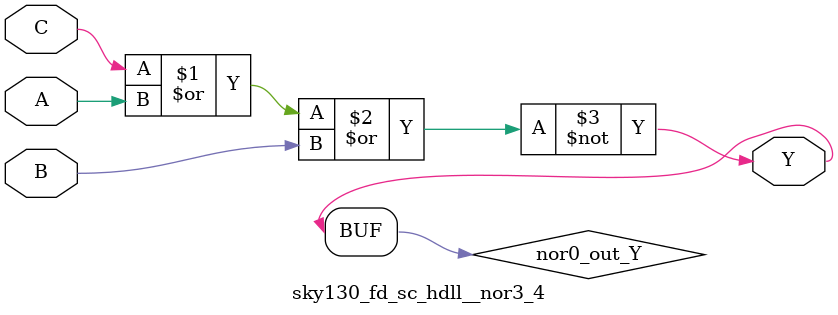
<source format=v>
/*
 * Copyright 2020 The SkyWater PDK Authors
 *
 * Licensed under the Apache License, Version 2.0 (the "License");
 * you may not use this file except in compliance with the License.
 * You may obtain a copy of the License at
 *
 *     https://www.apache.org/licenses/LICENSE-2.0
 *
 * Unless required by applicable law or agreed to in writing, software
 * distributed under the License is distributed on an "AS IS" BASIS,
 * WITHOUT WARRANTIES OR CONDITIONS OF ANY KIND, either express or implied.
 * See the License for the specific language governing permissions and
 * limitations under the License.
 *
 * SPDX-License-Identifier: Apache-2.0
*/


`ifndef SKY130_FD_SC_HDLL__NOR3_4_FUNCTIONAL_V
`define SKY130_FD_SC_HDLL__NOR3_4_FUNCTIONAL_V

/**
 * nor3: 3-input NOR.
 *
 *       Y = !(A | B | C | !D)
 *
 * Verilog simulation functional model.
 */

`timescale 1ns / 1ps
`default_nettype none

`celldefine
module sky130_fd_sc_hdll__nor3_4 (
    Y,
    A,
    B,
    C
);

    // Module ports
    output Y;
    input  A;
    input  B;
    input  C;

    // Local signals
    wire nor0_out_Y;

    //  Name  Output      Other arguments
    nor nor0 (nor0_out_Y, C, A, B        );
    buf buf0 (Y         , nor0_out_Y     );

endmodule
`endcelldefine

`default_nettype wire
`endif  // SKY130_FD_SC_HDLL__NOR3_4_FUNCTIONAL_V

</source>
